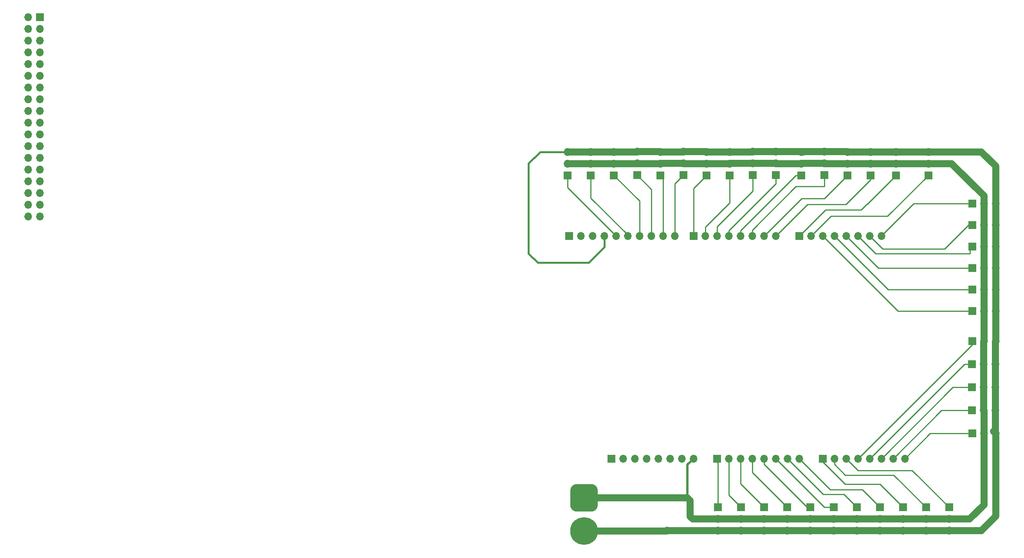
<source format=gbr>
%TF.GenerationSoftware,KiCad,Pcbnew,8.0.1*%
%TF.CreationDate,2024-04-24T23:09:34+05:30*%
%TF.ProjectId,mega_servos_1,6d656761-5f73-4657-9276-6f735f312e6b,rev?*%
%TF.SameCoordinates,PX5f5e100PY5f5e100*%
%TF.FileFunction,Copper,L1,Top*%
%TF.FilePolarity,Positive*%
%FSLAX46Y46*%
G04 Gerber Fmt 4.6, Leading zero omitted, Abs format (unit mm)*
G04 Created by KiCad (PCBNEW 8.0.1) date 2024-04-24 23:09:34*
%MOMM*%
%LPD*%
G01*
G04 APERTURE LIST*
G04 Aperture macros list*
%AMRoundRect*
0 Rectangle with rounded corners*
0 $1 Rounding radius*
0 $2 $3 $4 $5 $6 $7 $8 $9 X,Y pos of 4 corners*
0 Add a 4 corners polygon primitive as box body*
4,1,4,$2,$3,$4,$5,$6,$7,$8,$9,$2,$3,0*
0 Add four circle primitives for the rounded corners*
1,1,$1+$1,$2,$3*
1,1,$1+$1,$4,$5*
1,1,$1+$1,$6,$7*
1,1,$1+$1,$8,$9*
0 Add four rect primitives between the rounded corners*
20,1,$1+$1,$2,$3,$4,$5,0*
20,1,$1+$1,$4,$5,$6,$7,0*
20,1,$1+$1,$6,$7,$8,$9,0*
20,1,$1+$1,$8,$9,$2,$3,0*%
G04 Aperture macros list end*
%TA.AperFunction,ComponentPad*%
%ADD10O,1.700000X1.700000*%
%TD*%
%TA.AperFunction,ComponentPad*%
%ADD11R,1.700000X1.700000*%
%TD*%
%TA.AperFunction,ComponentPad*%
%ADD12RoundRect,1.500000X-1.500000X1.500000X-1.500000X-1.500000X1.500000X-1.500000X1.500000X1.500000X0*%
%TD*%
%TA.AperFunction,ComponentPad*%
%ADD13C,6.000000*%
%TD*%
%TA.AperFunction,Conductor*%
%ADD14C,0.250000*%
%TD*%
%TA.AperFunction,Conductor*%
%ADD15C,1.500000*%
%TD*%
%TA.AperFunction,Conductor*%
%ADD16C,0.500000*%
%TD*%
%TA.AperFunction,Conductor*%
%ADD17C,0.400000*%
%TD*%
G04 APERTURE END LIST*
D10*
%TO.P,J7,36,Pin_36*%
%TO.N,unconnected-(J7-Pin_36-Pad36)*%
X-98175000Y54995000D03*
%TO.P,J7,35,Pin_35*%
%TO.N,unconnected-(J7-Pin_35-Pad35)*%
X-95635000Y54995000D03*
%TO.P,J7,34,Pin_34*%
%TO.N,/23*%
X-98175000Y57535000D03*
%TO.P,J7,33,Pin_33*%
%TO.N,/22*%
X-95635000Y57535000D03*
%TO.P,J7,32,Pin_32*%
%TO.N,/25*%
X-98175000Y60075000D03*
%TO.P,J7,31,Pin_31*%
%TO.N,/24*%
X-95635000Y60075000D03*
%TO.P,J7,30,Pin_30*%
%TO.N,/27*%
X-98175000Y62615000D03*
%TO.P,J7,29,Pin_29*%
%TO.N,/26*%
X-95635000Y62615000D03*
%TO.P,J7,28,Pin_28*%
%TO.N,/29*%
X-98175000Y65155000D03*
%TO.P,J7,27,Pin_27*%
%TO.N,/28*%
X-95635000Y65155000D03*
%TO.P,J7,26,Pin_26*%
%TO.N,/31*%
X-98175000Y67695000D03*
%TO.P,J7,25,Pin_25*%
%TO.N,/30*%
X-95635000Y67695000D03*
%TO.P,J7,24,Pin_24*%
%TO.N,/33*%
X-98175000Y70235000D03*
%TO.P,J7,23,Pin_23*%
%TO.N,/32*%
X-95635000Y70235000D03*
%TO.P,J7,22,Pin_22*%
%TO.N,/35*%
X-98175000Y72775000D03*
%TO.P,J7,21,Pin_21*%
%TO.N,/34*%
X-95635000Y72775000D03*
%TO.P,J7,20,Pin_20*%
%TO.N,/37*%
X-98175000Y75315000D03*
%TO.P,J7,19,Pin_19*%
%TO.N,/36*%
X-95635000Y75315000D03*
%TO.P,J7,18,Pin_18*%
%TO.N,/39*%
X-98175000Y77855000D03*
%TO.P,J7,17,Pin_17*%
%TO.N,/38*%
X-95635000Y77855000D03*
%TO.P,J7,16,Pin_16*%
%TO.N,/41*%
X-98175000Y80395000D03*
%TO.P,J7,15,Pin_15*%
%TO.N,/40*%
X-95635000Y80395000D03*
%TO.P,J7,14,Pin_14*%
%TO.N,/43*%
X-98175000Y82935000D03*
%TO.P,J7,13,Pin_13*%
%TO.N,/42*%
X-95635000Y82935000D03*
%TO.P,J7,12,Pin_12*%
%TO.N,/\u002A45*%
X-98175000Y85475000D03*
%TO.P,J7,11,Pin_11*%
%TO.N,/\u002A44*%
X-95635000Y85475000D03*
%TO.P,J7,10,Pin_10*%
%TO.N,/47*%
X-98175000Y88015000D03*
%TO.P,J7,9,Pin_9*%
%TO.N,/\u002A46*%
X-95635000Y88015000D03*
%TO.P,J7,8,Pin_8*%
%TO.N,/49*%
X-98175000Y90555000D03*
%TO.P,J7,7,Pin_7*%
%TO.N,/48*%
X-95635000Y90555000D03*
%TO.P,J7,6,Pin_6*%
%TO.N,/51*%
X-98175000Y93095000D03*
%TO.P,J7,5,Pin_5*%
%TO.N,/50*%
X-95635000Y93095000D03*
%TO.P,J7,4,Pin_4*%
%TO.N,/53*%
X-98175000Y95635000D03*
%TO.P,J7,3,Pin_3*%
%TO.N,/\u002A52*%
X-95635000Y95635000D03*
%TO.P,J7,2,Pin_2*%
%TO.N,unconnected-(J7-Pin_2-Pad2)*%
X-98175000Y98175000D03*
D11*
%TO.P,J7,1,Pin_1*%
%TO.N,unconnected-(J7-Pin_1-Pad1)*%
X-95635000Y98175000D03*
%TD*%
%TO.P,J1,1,Pin_1*%
%TO.N,unconnected-(J1-Pin_1-Pad1)*%
X27940000Y2540000D03*
D10*
%TO.P,J1,2,Pin_2*%
%TO.N,/IOREF*%
X30480000Y2540000D03*
%TO.P,J1,3,Pin_3*%
%TO.N,/~{RESET}*%
X33020000Y2540000D03*
%TO.P,J1,4,Pin_4*%
%TO.N,unconnected-(J1-Pin_4-Pad4)*%
X35560000Y2540000D03*
%TO.P,J1,5,Pin_5*%
%TO.N,unconnected-(J1-Pin_5-Pad5)*%
X38100000Y2540000D03*
%TO.P,J1,6,Pin_6*%
%TO.N,unconnected-(J1-Pin_6-Pad6)*%
X40640000Y2540000D03*
%TO.P,J1,7,Pin_7*%
%TO.N,unconnected-(J1-Pin_7-Pad7)*%
X43180000Y2540000D03*
%TO.P,J1,8,Pin_8*%
%TO.N,/Vin*%
X45720000Y2540000D03*
%TD*%
D11*
%TO.P,J3,1,Pin_1*%
%TO.N,/A0*%
X50800000Y2540000D03*
D10*
%TO.P,J3,2,Pin_2*%
%TO.N,/A1*%
X53340000Y2540000D03*
%TO.P,J3,3,Pin_3*%
%TO.N,/A2*%
X55880000Y2540000D03*
%TO.P,J3,4,Pin_4*%
%TO.N,/A3*%
X58420000Y2540000D03*
%TO.P,J3,5,Pin_5*%
%TO.N,/A4*%
X60960000Y2540000D03*
%TO.P,J3,6,Pin_6*%
%TO.N,/A5*%
X63500000Y2540000D03*
%TO.P,J3,7,Pin_7*%
%TO.N,/A6*%
X66040000Y2540000D03*
%TO.P,J3,8,Pin_8*%
%TO.N,/A7*%
X68580000Y2540000D03*
%TD*%
D11*
%TO.P,J5,1,Pin_1*%
%TO.N,Net-(J5-Pin_1)*%
X73660000Y2540000D03*
D10*
%TO.P,J5,2,Pin_2*%
%TO.N,Net-(J5-Pin_2)*%
X76200000Y2540000D03*
%TO.P,J5,3,Pin_3*%
%TO.N,Net-(J5-Pin_3)*%
X78740000Y2540000D03*
%TO.P,J5,4,Pin_4*%
%TO.N,Net-(J5-Pin_4)*%
X81280000Y2540000D03*
%TO.P,J5,5,Pin_5*%
%TO.N,Net-(J5-Pin_5)*%
X83820000Y2540000D03*
%TO.P,J5,6,Pin_6*%
%TO.N,Net-(J5-Pin_6)*%
X86360000Y2540000D03*
%TO.P,J5,7,Pin_7*%
%TO.N,Net-(J5-Pin_7)*%
X88900000Y2540000D03*
%TO.P,J5,8,Pin_8*%
%TO.N,Net-(J5-Pin_8)*%
X91440000Y2540000D03*
%TD*%
D11*
%TO.P,J2,1,Pin_1*%
%TO.N,unconnected-(J2-Pin_1-Pad1)*%
X18796000Y50800000D03*
D10*
%TO.P,J2,2,Pin_2*%
%TO.N,unconnected-(J2-Pin_2-Pad2)*%
X21336000Y50800000D03*
%TO.P,J2,3,Pin_3*%
%TO.N,unconnected-(J2-Pin_3-Pad3)*%
X23876000Y50800000D03*
%TO.P,J2,4,Pin_4*%
%TO.N,Net-(J2-Pin_4)*%
X26416000Y50800000D03*
%TO.P,J2,5,Pin_5*%
%TO.N,/\u002A13*%
X28956000Y50800000D03*
%TO.P,J2,6,Pin_6*%
%TO.N,/\u002A12*%
X31496000Y50800000D03*
%TO.P,J2,7,Pin_7*%
%TO.N,/\u002A11*%
X34036000Y50800000D03*
%TO.P,J2,8,Pin_8*%
%TO.N,/\u002A10*%
X36576000Y50800000D03*
%TO.P,J2,9,Pin_9*%
%TO.N,/\u002A9*%
X39116000Y50800000D03*
%TO.P,J2,10,Pin_10*%
%TO.N,/\u002A8*%
X41656000Y50800000D03*
%TD*%
D11*
%TO.P,J4,1,Pin_1*%
%TO.N,Net-(J4-Pin_1)*%
X45720000Y50800000D03*
D10*
%TO.P,J4,2,Pin_2*%
%TO.N,Net-(J4-Pin_2)*%
X48260000Y50800000D03*
%TO.P,J4,3,Pin_3*%
%TO.N,/\u002A5*%
X50800000Y50800000D03*
%TO.P,J4,4,Pin_4*%
%TO.N,/\u002A4*%
X53340000Y50800000D03*
%TO.P,J4,5,Pin_5*%
%TO.N,Net-(J4-Pin_5)*%
X55880000Y50800000D03*
%TO.P,J4,6,Pin_6*%
%TO.N,/\u002A2*%
X58420000Y50800000D03*
%TO.P,J4,7,Pin_7*%
%TO.N,/TX0{slash}1*%
X60960000Y50800000D03*
%TO.P,J4,8,Pin_8*%
%TO.N,/RX0{slash}0*%
X63500000Y50800000D03*
%TD*%
D11*
%TO.P,J6,1,Pin_1*%
%TO.N,/TX3{slash}14*%
X68580000Y50800000D03*
D10*
%TO.P,J6,2,Pin_2*%
%TO.N,/RX3{slash}15*%
X71120000Y50800000D03*
%TO.P,J6,3,Pin_3*%
%TO.N,/TX2{slash}16*%
X73660000Y50800000D03*
%TO.P,J6,4,Pin_4*%
%TO.N,/RX2{slash}17*%
X76200000Y50800000D03*
%TO.P,J6,5,Pin_5*%
%TO.N,/TX1{slash}18*%
X78740000Y50800000D03*
%TO.P,J6,6,Pin_6*%
%TO.N,/RX1{slash}19*%
X81280000Y50800000D03*
%TO.P,J6,7,Pin_7*%
%TO.N,/SDA{slash}20*%
X83820000Y50800000D03*
%TO.P,J6,8,Pin_8*%
%TO.N,/SCL{slash}21*%
X86360000Y50800000D03*
%TD*%
D11*
%TO.P,M2,1,PWM*%
%TO.N,/\u002A12*%
X23500000Y63935000D03*
D10*
%TO.P,M2,2,+*%
%TO.N,/Vin*%
X23500000Y66475000D03*
%TO.P,M2,3,-*%
%TO.N,Net-(J2-Pin_4)*%
X23500000Y69015000D03*
%TD*%
D11*
%TO.P,M28,1,PWM*%
%TO.N,/A5*%
X76000000Y-8000000D03*
D10*
%TO.P,M28,2,+*%
%TO.N,/Vin*%
X76000000Y-10540000D03*
%TO.P,M28,3,-*%
%TO.N,Net-(J2-Pin_4)*%
X76000000Y-13080000D03*
%TD*%
D11*
%TO.P,M29,1,PWM*%
%TO.N,/A6*%
X81000000Y-7975000D03*
D10*
%TO.P,M29,2,+*%
%TO.N,/Vin*%
X81000000Y-10515000D03*
%TO.P,M29,3,-*%
%TO.N,Net-(J2-Pin_4)*%
X81000000Y-13055000D03*
%TD*%
D11*
%TO.P,M9,1,PWM*%
%TO.N,/\u002A5*%
X58500000Y63960000D03*
D10*
%TO.P,M9,2,+*%
%TO.N,/Vin*%
X58500000Y66500000D03*
%TO.P,M9,3,-*%
%TO.N,Net-(J2-Pin_4)*%
X58500000Y69040000D03*
%TD*%
D11*
%TO.P,M23,1,PWM*%
%TO.N,/A0*%
X51000000Y-8000000D03*
D10*
%TO.P,M23,2,+*%
%TO.N,/Vin*%
X51000000Y-10540000D03*
%TO.P,M23,3,-*%
%TO.N,Net-(J2-Pin_4)*%
X51000000Y-13080000D03*
%TD*%
D11*
%TO.P,M27,1,PWM*%
%TO.N,/A4*%
X71000000Y-8000000D03*
D10*
%TO.P,M27,2,+*%
%TO.N,/Vin*%
X71000000Y-10540000D03*
%TO.P,M27,3,-*%
%TO.N,Net-(J2-Pin_4)*%
X71000000Y-13080000D03*
%TD*%
D11*
%TO.P,M13,1,PWM*%
%TO.N,/TX0{slash}1*%
X79000000Y63920000D03*
D10*
%TO.P,M13,2,+*%
%TO.N,/Vin*%
X79000000Y66460000D03*
%TO.P,M13,3,-*%
%TO.N,Net-(J2-Pin_4)*%
X79000000Y69000000D03*
%TD*%
D11*
%TO.P,M3,1,PWM*%
%TO.N,/\u002A11*%
X28500000Y63920000D03*
D10*
%TO.P,M3,2,+*%
%TO.N,/Vin*%
X28500000Y66460000D03*
%TO.P,M3,3,-*%
%TO.N,Net-(J2-Pin_4)*%
X28500000Y69000000D03*
%TD*%
D12*
%TO.P,J8,1,Pin_1*%
%TO.N,/Vin*%
X22000000Y-5900000D03*
D13*
%TO.P,J8,2,Pin_2*%
%TO.N,Net-(J2-Pin_4)*%
X22000000Y-13100000D03*
%TD*%
D11*
%TO.P,M36,1,PWM*%
%TO.N,Net-(J5-Pin_6)*%
X105960000Y18000000D03*
D10*
%TO.P,M36,2,+*%
%TO.N,/Vin*%
X108500000Y18000000D03*
%TO.P,M36,3,-*%
%TO.N,Net-(J2-Pin_4)*%
X111040000Y18000000D03*
%TD*%
D11*
%TO.P,M31,1,PWM*%
%TO.N,Net-(J5-Pin_1)*%
X91000000Y-7975000D03*
D10*
%TO.P,M31,2,+*%
%TO.N,/Vin*%
X91000000Y-10515000D03*
%TO.P,M31,3,-*%
%TO.N,Net-(J2-Pin_4)*%
X91000000Y-13055000D03*
%TD*%
D11*
%TO.P,M24,1,PWM*%
%TO.N,/A1*%
X56000000Y-8000000D03*
D10*
%TO.P,M24,2,+*%
%TO.N,/Vin*%
X56000000Y-10540000D03*
%TO.P,M24,3,-*%
%TO.N,Net-(J2-Pin_4)*%
X56000000Y-13080000D03*
%TD*%
D11*
%TO.P,M17,1,PWM*%
%TO.N,/TX2{slash}16*%
X105975000Y34550000D03*
D10*
%TO.P,M17,2,+*%
%TO.N,/Vin*%
X108515000Y34550000D03*
%TO.P,M17,3,-*%
%TO.N,Net-(J2-Pin_4)*%
X111055000Y34550000D03*
%TD*%
D11*
%TO.P,M26,1,PWM*%
%TO.N,/A3*%
X66000000Y-8000000D03*
D10*
%TO.P,M26,2,+*%
%TO.N,/Vin*%
X66000000Y-10540000D03*
%TO.P,M26,3,-*%
%TO.N,Net-(J2-Pin_4)*%
X66000000Y-13080000D03*
%TD*%
D11*
%TO.P,M35,1,PWM*%
%TO.N,Net-(J5-Pin_5)*%
X105960000Y23000000D03*
D10*
%TO.P,M35,2,+*%
%TO.N,/Vin*%
X108500000Y23000000D03*
%TO.P,M35,3,-*%
%TO.N,Net-(J2-Pin_4)*%
X111040000Y23000000D03*
%TD*%
D11*
%TO.P,M8,1,PWM*%
%TO.N,Net-(J4-Pin_2)*%
X53500000Y63935000D03*
D10*
%TO.P,M8,2,+*%
%TO.N,/Vin*%
X53500000Y66475000D03*
%TO.P,M8,3,-*%
%TO.N,Net-(J2-Pin_4)*%
X53500000Y69015000D03*
%TD*%
D11*
%TO.P,M5,1,PWM*%
%TO.N,/\u002A9*%
X38500000Y63935000D03*
D10*
%TO.P,M5,2,+*%
%TO.N,/Vin*%
X38500000Y66475000D03*
%TO.P,M5,3,-*%
%TO.N,Net-(J2-Pin_4)*%
X38500000Y69015000D03*
%TD*%
D11*
%TO.P,M34,1,PWM*%
%TO.N,Net-(J5-Pin_4)*%
X105975000Y28000000D03*
D10*
%TO.P,M34,2,+*%
%TO.N,/Vin*%
X108515000Y28000000D03*
%TO.P,M34,3,-*%
%TO.N,Net-(J2-Pin_4)*%
X111055000Y28000000D03*
%TD*%
D11*
%TO.P,M6,1,PWM*%
%TO.N,/\u002A8*%
X43500000Y63960000D03*
D10*
%TO.P,M6,2,+*%
%TO.N,/Vin*%
X43500000Y66500000D03*
%TO.P,M6,3,-*%
%TO.N,Net-(J2-Pin_4)*%
X43500000Y69040000D03*
%TD*%
D11*
%TO.P,M7,1,PWM*%
%TO.N,Net-(J4-Pin_1)*%
X48500000Y63935000D03*
D10*
%TO.P,M7,2,+*%
%TO.N,/Vin*%
X48500000Y66475000D03*
%TO.P,M7,3,-*%
%TO.N,Net-(J2-Pin_4)*%
X48500000Y69015000D03*
%TD*%
D11*
%TO.P,M22,1,PWM*%
%TO.N,/SCL{slash}21*%
X105975000Y57800000D03*
D10*
%TO.P,M22,2,+*%
%TO.N,/Vin*%
X108515000Y57800000D03*
%TO.P,M22,3,-*%
%TO.N,Net-(J2-Pin_4)*%
X111055000Y57800000D03*
%TD*%
D11*
%TO.P,M32,1,PWM*%
%TO.N,Net-(J5-Pin_2)*%
X96000000Y-7975000D03*
D10*
%TO.P,M32,2,+*%
%TO.N,/Vin*%
X96000000Y-10515000D03*
%TO.P,M32,3,-*%
%TO.N,Net-(J2-Pin_4)*%
X96000000Y-13055000D03*
%TD*%
D11*
%TO.P,M30,1,PWM*%
%TO.N,/A7*%
X86000000Y-7975000D03*
D10*
%TO.P,M30,2,+*%
%TO.N,/Vin*%
X86000000Y-10515000D03*
%TO.P,M30,3,-*%
%TO.N,Net-(J2-Pin_4)*%
X86000000Y-13055000D03*
%TD*%
D11*
%TO.P,M1,1,PWM*%
%TO.N,/\u002A13*%
X18500000Y63920000D03*
D10*
%TO.P,M1,2,+*%
%TO.N,/Vin*%
X18500000Y66460000D03*
%TO.P,M1,3,-*%
%TO.N,Net-(J2-Pin_4)*%
X18500000Y69000000D03*
%TD*%
D11*
%TO.P,M12,1,PWM*%
%TO.N,/\u002A2*%
X74000000Y63960000D03*
D10*
%TO.P,M12,2,+*%
%TO.N,/Vin*%
X74000000Y66500000D03*
%TO.P,M12,3,-*%
%TO.N,Net-(J2-Pin_4)*%
X74000000Y69040000D03*
%TD*%
D11*
%TO.P,M11,1,PWM*%
%TO.N,Net-(J4-Pin_5)*%
X69000000Y63920000D03*
D10*
%TO.P,M11,2,+*%
%TO.N,/Vin*%
X69000000Y66460000D03*
%TO.P,M11,3,-*%
%TO.N,Net-(J2-Pin_4)*%
X69000000Y69000000D03*
%TD*%
D11*
%TO.P,M15,1,PWM*%
%TO.N,/TX3{slash}14*%
X89500000Y63920000D03*
D10*
%TO.P,M15,2,+*%
%TO.N,/Vin*%
X89500000Y66460000D03*
%TO.P,M15,3,-*%
%TO.N,Net-(J2-Pin_4)*%
X89500000Y69000000D03*
%TD*%
D11*
%TO.P,M25,1,PWM*%
%TO.N,/A2*%
X61000000Y-7975000D03*
D10*
%TO.P,M25,2,+*%
%TO.N,/Vin*%
X61000000Y-10515000D03*
%TO.P,M25,3,-*%
%TO.N,Net-(J2-Pin_4)*%
X61000000Y-13055000D03*
%TD*%
D11*
%TO.P,M37,1,PWM*%
%TO.N,Net-(J5-Pin_7)*%
X105960000Y13000000D03*
D10*
%TO.P,M37,2,+*%
%TO.N,/Vin*%
X108500000Y13000000D03*
%TO.P,M37,3,-*%
%TO.N,Net-(J2-Pin_4)*%
X111040000Y13000000D03*
%TD*%
D11*
%TO.P,M20,1,PWM*%
%TO.N,/RX1{slash}19*%
X105975000Y48500000D03*
D10*
%TO.P,M20,2,+*%
%TO.N,/Vin*%
X108515000Y48500000D03*
%TO.P,M20,3,-*%
%TO.N,Net-(J2-Pin_4)*%
X111055000Y48500000D03*
%TD*%
D11*
%TO.P,M10,1,PWM*%
%TO.N,/\u002A4*%
X63500000Y63960000D03*
D10*
%TO.P,M10,2,+*%
%TO.N,/Vin*%
X63500000Y66500000D03*
%TO.P,M10,3,-*%
%TO.N,Net-(J2-Pin_4)*%
X63500000Y69040000D03*
%TD*%
D11*
%TO.P,M19,1,PWM*%
%TO.N,/TX1{slash}18*%
X105975000Y43850000D03*
D10*
%TO.P,M19,2,+*%
%TO.N,/Vin*%
X108515000Y43850000D03*
%TO.P,M19,3,-*%
%TO.N,Net-(J2-Pin_4)*%
X111055000Y43850000D03*
%TD*%
D11*
%TO.P,M16,1,PWM*%
%TO.N,/RX3{slash}15*%
X96500000Y63920000D03*
D10*
%TO.P,M16,2,+*%
%TO.N,/Vin*%
X96500000Y66460000D03*
%TO.P,M16,3,-*%
%TO.N,Net-(J2-Pin_4)*%
X96500000Y69000000D03*
%TD*%
D11*
%TO.P,M33,1,PWM*%
%TO.N,Net-(J5-Pin_3)*%
X101000000Y-8000000D03*
D10*
%TO.P,M33,2,+*%
%TO.N,/Vin*%
X101000000Y-10540000D03*
%TO.P,M33,3,-*%
%TO.N,Net-(J2-Pin_4)*%
X101000000Y-13080000D03*
%TD*%
D11*
%TO.P,M21,1,PWM*%
%TO.N,/SDA{slash}20*%
X105975000Y53150000D03*
D10*
%TO.P,M21,2,+*%
%TO.N,/Vin*%
X108515000Y53150000D03*
%TO.P,M21,3,-*%
%TO.N,Net-(J2-Pin_4)*%
X111055000Y53150000D03*
%TD*%
D11*
%TO.P,Me1,1,PWM*%
%TO.N,/RX0{slash}0*%
X84000000Y63920000D03*
D10*
%TO.P,Me1,2,+*%
%TO.N,/Vin*%
X84000000Y66460000D03*
%TO.P,Me1,3,-*%
%TO.N,Net-(J2-Pin_4)*%
X84000000Y69000000D03*
%TD*%
D11*
%TO.P,M38,1,PWM*%
%TO.N,Net-(J5-Pin_8)*%
X105975000Y8000000D03*
D10*
%TO.P,M38,2,+*%
%TO.N,/Vin*%
X108515000Y8000000D03*
%TO.P,M38,3,-*%
%TO.N,Net-(J2-Pin_4)*%
X111055000Y8000000D03*
%TD*%
D11*
%TO.P,M18,1,PWM*%
%TO.N,/RX2{slash}17*%
X105975000Y39200000D03*
D10*
%TO.P,M18,2,+*%
%TO.N,/Vin*%
X108515000Y39200000D03*
%TO.P,M18,3,-*%
%TO.N,Net-(J2-Pin_4)*%
X111055000Y39200000D03*
%TD*%
D11*
%TO.P,M4,1,PWM*%
%TO.N,/\u002A10*%
X33500000Y63960000D03*
D10*
%TO.P,M4,2,+*%
%TO.N,/Vin*%
X33500000Y66500000D03*
%TO.P,M4,3,-*%
%TO.N,Net-(J2-Pin_4)*%
X33500000Y69040000D03*
%TD*%
D14*
%TO.N,/A0*%
X51000000Y1600000D02*
X51000000Y-8000000D01*
X50800000Y1800000D02*
X51000000Y1600000D01*
X50800000Y2540000D02*
X50800000Y1800000D01*
%TO.N,/A1*%
X53340000Y2540000D02*
X53340000Y-5340000D01*
X53340000Y-5340000D02*
X56000000Y-8000000D01*
%TO.N,/A2*%
X55880000Y-2855000D02*
X61000000Y-7975000D01*
X55880000Y2540000D02*
X55880000Y-2855000D01*
%TO.N,/A3*%
X58420000Y-420000D02*
X66000000Y-8000000D01*
X58420000Y2540000D02*
X58420000Y-420000D01*
%TO.N,/A4*%
X60960000Y1337919D02*
X70297919Y-8000000D01*
X70297919Y-8000000D02*
X71000000Y-8000000D01*
X60960000Y2540000D02*
X60960000Y1337919D01*
%TO.N,/A5*%
X63500000Y2540000D02*
X74040000Y-8000000D01*
X74040000Y-8000000D02*
X76000000Y-8000000D01*
%TO.N,/A6*%
X78235000Y-5210000D02*
X81000000Y-7975000D01*
X73790000Y-5210000D02*
X78235000Y-5210000D01*
X66040000Y2540000D02*
X73790000Y-5210000D01*
%TO.N,/A7*%
X75310000Y-4190000D02*
X82215000Y-4190000D01*
X82215000Y-4190000D02*
X86000000Y-7975000D01*
X68580000Y2540000D02*
X75310000Y-4190000D01*
%TO.N,Net-(J4-Pin_5)*%
X55880000Y50800000D02*
X55880000Y52002081D01*
X67797919Y63920000D02*
X69000000Y63920000D01*
X55880000Y52002081D02*
X67797919Y63920000D01*
%TO.N,Net-(J4-Pin_1)*%
X45720000Y61155000D02*
X48500000Y63935000D01*
X45720000Y50800000D02*
X45720000Y61155000D01*
%TO.N,Net-(J5-Pin_6)*%
X101820000Y18000000D02*
X105960000Y18000000D01*
X86360000Y2540000D02*
X101820000Y18000000D01*
%TO.N,/\u002A13*%
X18500000Y61256000D02*
X28956000Y50800000D01*
X18500000Y63920000D02*
X18500000Y61256000D01*
%TO.N,/\u002A12*%
X23500000Y58996000D02*
X23500000Y63935000D01*
X31496000Y51000000D02*
X23500000Y58996000D01*
X31496000Y50800000D02*
X31496000Y51000000D01*
%TO.N,/\u002A11*%
X34036000Y50800000D02*
X34036000Y58384000D01*
X34036000Y58384000D02*
X28500000Y63920000D01*
%TO.N,/\u002A10*%
X36576000Y50800000D02*
X36576000Y60884000D01*
X36576000Y60884000D02*
X33500000Y63960000D01*
%TO.N,/\u002A9*%
X39116000Y50800000D02*
X39116000Y63319000D01*
X39116000Y63319000D02*
X38500000Y63935000D01*
%TO.N,/\u002A8*%
X41656000Y62116000D02*
X43500000Y63960000D01*
X41656000Y50800000D02*
X41656000Y62116000D01*
%TO.N,Net-(J5-Pin_7)*%
X88900000Y2540000D02*
X99360000Y13000000D01*
X99360000Y13000000D02*
X105960000Y13000000D01*
%TO.N,/\u002A5*%
X58500000Y63960000D02*
X58500000Y60500000D01*
X50800000Y52800000D02*
X50800000Y50800000D01*
X58500000Y60500000D02*
X50800000Y52800000D01*
%TO.N,/\u002A4*%
X53340000Y52002081D02*
X63500000Y62162081D01*
X53340000Y50800000D02*
X53340000Y52002081D01*
X63500000Y62162081D02*
X63500000Y63960000D01*
%TO.N,Net-(J5-Pin_4)*%
X105975000Y27235000D02*
X105975000Y28000000D01*
X81280000Y2540000D02*
X105975000Y27235000D01*
%TO.N,/\u002A2*%
X58420000Y50800000D02*
X58420000Y52056396D01*
X67863604Y61500000D02*
X74000000Y61500000D01*
X58420000Y52056396D02*
X67863604Y61500000D01*
X74000000Y61500000D02*
X74000000Y63960000D01*
%TO.N,/TX0{slash}1*%
X69110000Y58950000D02*
X74030000Y58950000D01*
X60960000Y50800000D02*
X69110000Y58950000D01*
X74030000Y58950000D02*
X79000000Y63920000D01*
%TO.N,/RX0{slash}0*%
X84000000Y63000000D02*
X84000000Y63920000D01*
X63500000Y50800000D02*
X70350000Y57650000D01*
X70350000Y57650000D02*
X78650000Y57650000D01*
X78650000Y57650000D02*
X84000000Y63000000D01*
%TO.N,Net-(J5-Pin_5)*%
X83820000Y2540000D02*
X104280000Y23000000D01*
X104280000Y23000000D02*
X105960000Y23000000D01*
%TO.N,/TX3{slash}14*%
X74280000Y56500000D02*
X82000000Y56500000D01*
X83290000Y57710000D02*
X89500000Y63920000D01*
X83210000Y57710000D02*
X83290000Y57710000D01*
X82000000Y56500000D02*
X83210000Y57710000D01*
X68580000Y50800000D02*
X74280000Y56500000D01*
%TO.N,/RX3{slash}15*%
X75410000Y55090000D02*
X87670000Y55090000D01*
X71120000Y50800000D02*
X75410000Y55090000D01*
X87670000Y55090000D02*
X96500000Y63920000D01*
%TO.N,/TX2{slash}16*%
X73660000Y50800000D02*
X89910000Y34550000D01*
X89910000Y34550000D02*
X105975000Y34550000D01*
%TO.N,/RX2{slash}17*%
X76200000Y50800000D02*
X87800000Y39200000D01*
X87800000Y39200000D02*
X105975000Y39200000D01*
%TO.N,/TX1{slash}18*%
X78740000Y50800000D02*
X85690000Y43850000D01*
X85690000Y43850000D02*
X105975000Y43850000D01*
%TO.N,/RX1{slash}19*%
X105500000Y48025000D02*
X105975000Y48500000D01*
X81280000Y50800000D02*
X85080000Y47000000D01*
X105500000Y47000000D02*
X105500000Y48025000D01*
X85080000Y47000000D02*
X105500000Y47000000D01*
%TO.N,/SDA{slash}20*%
X105150000Y53150000D02*
X105975000Y53150000D01*
X86620000Y48000000D02*
X100000000Y48000000D01*
X83820000Y50800000D02*
X86620000Y48000000D01*
X100000000Y48000000D02*
X105150000Y53150000D01*
%TO.N,/SCL{slash}21*%
X93300000Y57800000D02*
X105975000Y57800000D01*
X86360000Y50860000D02*
X93300000Y57800000D01*
X86360000Y50800000D02*
X86360000Y50860000D01*
%TO.N,Net-(J5-Pin_8)*%
X96900000Y8000000D02*
X105975000Y8000000D01*
X91440000Y2540000D02*
X96900000Y8000000D01*
%TO.N,Net-(J5-Pin_1)*%
X86025000Y-3000000D02*
X78500000Y-3000000D01*
X91000000Y-7975000D02*
X86025000Y-3000000D01*
X73660000Y1840000D02*
X73660000Y2540000D01*
X78500000Y-3000000D02*
X73660000Y1840000D01*
%TO.N,Net-(J5-Pin_2)*%
X78537919Y-1000000D02*
X76200000Y1337919D01*
X76200000Y1337919D02*
X76200000Y2540000D01*
X89025000Y-1000000D02*
X78537919Y-1000000D01*
X96000000Y-7975000D02*
X89025000Y-1000000D01*
%TO.N,Net-(J5-Pin_3)*%
X101000000Y-8000000D02*
X93000000Y0D01*
X81280000Y0D02*
X78740000Y2540000D01*
X93000000Y0D02*
X81280000Y0D01*
D15*
%TO.N,/Vin*%
X89500000Y66460000D02*
X84000000Y66460000D01*
X81000000Y-10515000D02*
X86000000Y-10515000D01*
X43500000Y66500000D02*
X38525000Y66500000D01*
X56000000Y-10540000D02*
X60975000Y-10540000D01*
X43525000Y66475000D02*
X43500000Y66500000D01*
X45000000Y-10000000D02*
X45540000Y-10540000D01*
X84000000Y66460000D02*
X79000000Y66460000D01*
X108515000Y57800000D02*
X108515000Y59485000D01*
X71000000Y-10540000D02*
X76000000Y-10540000D01*
X108515000Y12985000D02*
X108500000Y13000000D01*
X108500000Y13000000D02*
X108500000Y18000000D01*
X108515000Y59485000D02*
X101540000Y66460000D01*
X79000000Y66460000D02*
X74040000Y66460000D01*
X66000000Y-10540000D02*
X71000000Y-10540000D01*
X31025000Y66475000D02*
X31010000Y66460000D01*
X51000000Y-10540000D02*
X56000000Y-10540000D01*
X91000000Y-10515000D02*
X96000000Y-10515000D01*
X69000000Y66460000D02*
X63540000Y66460000D01*
X23500000Y66475000D02*
X18515000Y66475000D01*
X101000000Y-10540000D02*
X105460000Y-10540000D01*
X74000000Y66500000D02*
X69040000Y66500000D01*
X58500000Y66500000D02*
X53525000Y66500000D01*
X28500000Y66460000D02*
X23515000Y66460000D01*
X38525000Y66500000D02*
X38500000Y66475000D01*
X101540000Y66460000D02*
X96500000Y66460000D01*
X63540000Y66460000D02*
X63500000Y66500000D01*
X74040000Y66460000D02*
X74000000Y66500000D01*
X22000000Y-5900000D02*
X44400000Y-5900000D01*
X108500000Y23000000D02*
X108500000Y27985000D01*
X96000000Y-10515000D02*
X100975000Y-10515000D01*
X108500000Y18000000D02*
X108500000Y23000000D01*
X44500000Y-6000000D02*
X45000000Y-6500000D01*
X108515000Y28000000D02*
X108515000Y34550000D01*
D16*
X44400000Y-5900000D02*
X44400000Y1220000D01*
D15*
X108515000Y43850000D02*
X108515000Y48500000D01*
X108500000Y27985000D02*
X108515000Y28000000D01*
X80975000Y-10540000D02*
X81000000Y-10515000D01*
X100975000Y-10515000D02*
X101000000Y-10540000D01*
X45000000Y-6500000D02*
X45000000Y-10000000D01*
X108515000Y8000000D02*
X108515000Y12985000D01*
X18515000Y66475000D02*
X18500000Y66460000D01*
X38500000Y66475000D02*
X33525000Y66475000D01*
X33525000Y66475000D02*
X31025000Y66475000D01*
X53500000Y66475000D02*
X48500000Y66475000D01*
X61000000Y-10515000D02*
X65975000Y-10515000D01*
X108515000Y39200000D02*
X108515000Y43850000D01*
X69040000Y66500000D02*
X69000000Y66460000D01*
X86000000Y-10515000D02*
X91000000Y-10515000D01*
X108515000Y53150000D02*
X108515000Y57800000D01*
X48500000Y66475000D02*
X43525000Y66475000D01*
X31010000Y66460000D02*
X28500000Y66460000D01*
X63500000Y66500000D02*
X58500000Y66500000D01*
X44400000Y-5900000D02*
X44500000Y-6000000D01*
D16*
X44400000Y1220000D02*
X45720000Y2540000D01*
D15*
X60975000Y-10540000D02*
X61000000Y-10515000D01*
X108515000Y48500000D02*
X108515000Y53150000D01*
X33525000Y66475000D02*
X33500000Y66500000D01*
X23515000Y66460000D02*
X23500000Y66475000D01*
D16*
X45000000Y-6500000D02*
X44400000Y-5900000D01*
D15*
X76000000Y-10540000D02*
X80975000Y-10540000D01*
X45540000Y-10540000D02*
X51000000Y-10540000D01*
X108515000Y34550000D02*
X108515000Y39200000D01*
X65975000Y-10515000D02*
X66000000Y-10540000D01*
X96500000Y66460000D02*
X89500000Y66460000D01*
X105460000Y-10540000D02*
X108515000Y-7485000D01*
X53525000Y66500000D02*
X53500000Y66475000D01*
X108515000Y-7485000D02*
X108515000Y8000000D01*
%TO.N,Net-(J2-Pin_4)*%
X111055000Y43850000D02*
X111055000Y39200000D01*
X111055000Y57800000D02*
X111055000Y53150000D01*
X71000000Y-13080000D02*
X66000000Y-13080000D01*
X90945000Y-13055000D02*
X86000000Y-13055000D01*
X23945000Y69015000D02*
X23960000Y69000000D01*
X79000000Y69000000D02*
X84000000Y69000000D01*
X107920000Y-13080000D02*
X101000000Y-13080000D01*
X101135000Y-12945000D02*
X101000000Y-13080000D01*
X48475000Y69040000D02*
X48500000Y69015000D01*
X111040000Y13000000D02*
X111040000Y8015000D01*
X111040000Y27960000D02*
X111040000Y23000000D01*
X61025000Y-13080000D02*
X61000000Y-13055000D01*
X66000000Y-13080000D02*
X61025000Y-13080000D01*
X111055000Y39200000D02*
X111055000Y34550000D01*
X57000000Y-13055000D02*
X56975000Y-13080000D01*
X58475000Y69015000D02*
X58500000Y69040000D01*
X38500000Y69015000D02*
X43475000Y69015000D01*
X110625000Y8430000D02*
X111055000Y8000000D01*
X33500000Y69040000D02*
X38475000Y69040000D01*
X69420000Y69000000D02*
X69460000Y69040000D01*
X38475000Y69040000D02*
X38500000Y69015000D01*
X40000000Y-13000000D02*
X39900000Y-13100000D01*
X111055000Y28000000D02*
X111000000Y28000000D01*
X23500000Y69015000D02*
X23945000Y69015000D01*
X39900000Y-13100000D02*
X22000000Y-13100000D01*
X76025000Y-13055000D02*
X76000000Y-13080000D01*
X76000000Y-13080000D02*
X71000000Y-13080000D01*
X111030000Y28025000D02*
X111055000Y28000000D01*
D17*
X23000000Y45000000D02*
X12000000Y45000000D01*
D15*
X18500000Y69000000D02*
X23485000Y69000000D01*
X91000000Y-13000000D02*
X90945000Y-13055000D01*
X69460000Y69040000D02*
X74000000Y69040000D01*
X63500000Y69040000D02*
X69460000Y69040000D01*
X111000000Y28000000D02*
X111040000Y27960000D01*
X51000000Y-13080000D02*
X40080000Y-13080000D01*
X111055000Y53150000D02*
X111055000Y48500000D01*
X28500000Y69000000D02*
X33460000Y69000000D01*
X111055000Y8000000D02*
X111055000Y-9945000D01*
X111065000Y23025000D02*
X111040000Y23000000D01*
X108000000Y69000000D02*
X96500000Y69000000D01*
X23485000Y69000000D02*
X23500000Y69015000D01*
D17*
X26416000Y50800000D02*
X26416000Y48416000D01*
D15*
X57000000Y-13055000D02*
X56025000Y-13055000D01*
X53500000Y69015000D02*
X58475000Y69015000D01*
D17*
X26416000Y48416000D02*
X23000000Y45000000D01*
D15*
X78960000Y69040000D02*
X79000000Y69000000D01*
D17*
X10000000Y66500000D02*
X12500000Y69000000D01*
D15*
X23960000Y69000000D02*
X28500000Y69000000D01*
X69000000Y69000000D02*
X69420000Y69000000D01*
D17*
X12500000Y69000000D02*
X18500000Y69000000D01*
D15*
X96000000Y-13055000D02*
X91000000Y-13055000D01*
D17*
X10000000Y47000000D02*
X10000000Y66500000D01*
D15*
X111055000Y65945000D02*
X108000000Y69000000D01*
X56975000Y-13080000D02*
X51000000Y-13080000D01*
X111055000Y-9945000D02*
X107920000Y-13080000D01*
X91000000Y-13055000D02*
X91000000Y-13000000D01*
X101000000Y-13080000D02*
X96025000Y-13080000D01*
D17*
X12000000Y45000000D02*
X10000000Y47000000D01*
D15*
X40080000Y-13080000D02*
X40000000Y-13000000D01*
X111055000Y48500000D02*
X111055000Y43850000D01*
X43475000Y69015000D02*
X43500000Y69040000D01*
X111040000Y18000000D02*
X111040000Y13000000D01*
X111055000Y57800000D02*
X111055000Y65945000D01*
X58500000Y69040000D02*
X63500000Y69040000D01*
X111040000Y8015000D02*
X111055000Y8000000D01*
X89500000Y69000000D02*
X96500000Y69000000D01*
X56025000Y-13055000D02*
X56000000Y-13080000D01*
X111040000Y23000000D02*
X111040000Y18000000D01*
X81000000Y-13055000D02*
X76025000Y-13055000D01*
X48500000Y69015000D02*
X53500000Y69015000D01*
X61000000Y-13055000D02*
X57000000Y-13055000D01*
X43500000Y69040000D02*
X48475000Y69040000D01*
X33460000Y69000000D02*
X33500000Y69040000D01*
X111055000Y34550000D02*
X111055000Y28000000D01*
X86000000Y-13055000D02*
X81000000Y-13055000D01*
X96025000Y-13080000D02*
X96000000Y-13055000D01*
X84000000Y69000000D02*
X89500000Y69000000D01*
X74000000Y69040000D02*
X78960000Y69040000D01*
D14*
%TO.N,Net-(J4-Pin_2)*%
X48260000Y50800000D02*
X48260000Y52760000D01*
X53500000Y58000000D02*
X53500000Y63935000D01*
X48260000Y52760000D02*
X53500000Y58000000D01*
%TD*%
M02*

</source>
